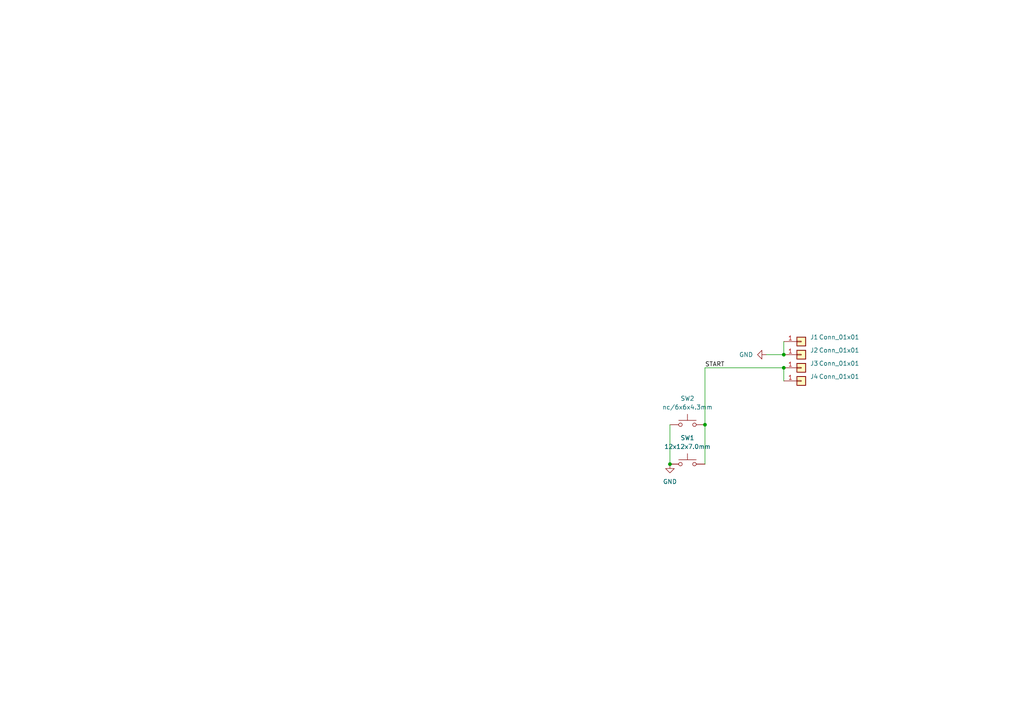
<source format=kicad_sch>
(kicad_sch (version 20211123) (generator eeschema)
  (paper "A4")
  (title_block (title "ECS-01-Switch") (date "2022-09-13") (rev "V0.1") (company "Timye"))
  (lib_symbols
    (symbol "Connector_Generic:Conn_01x01" (pin_names (offset 1.016) hide)
      (property "Reference" "J" (at 0 2.54 0))
      (property "Value" "Conn_01x01" (at 0 -2.54 0))
      (symbol "Conn_01x01_1_1"
        (rectangle (start -1.27 0.127) (end 0 -0.127) (stroke (width 0.1524)))
        (rectangle (start -1.27 1.27) (end 1.27 -1.27) (stroke (width 0.254)) (fill (type background)))
        (pin passive line (at -5.08 0 0) (length 3.81) (name "Pin_1") (number "1"))
      )
    )
    (symbol "Switch:SW_Push" (pin_numbers hide) (pin_names (offset 1.016) hide)
      (property "Reference" "SW" (at 1.27 2.54 0))
      (property "Value" "SW_Push" (at 0 -1.524 0))
      (symbol "SW_Push_0_1"
        (circle (center -2.032 0) (radius 0.508))
        (polyline (pts (xy 0 1.27) (xy 0 3.048)))
        (polyline (pts (xy 2.54 1.27) (xy -2.54 1.27)))
        (circle (center 2.032 0) (radius 0.508))
        (pin passive line (at -5.08 0 0) (length 2.54) (name "1") (number "1"))
        (pin passive line (at 5.08 0 180) (length 2.54) (name "2") (number "2"))
      )
    )
    (symbol "power:GND" (power) (pin_names (offset 0))
      (property "Value" "GND" (at 0 -3.81 0))
      (symbol "GND_0_1"
        (polyline (pts (xy 0 0) (xy 0 -1.27) (xy 1.27 -1.27) (xy 0 -2.54) (xy -1.27 -1.27) (xy 0 -1.27)))
      )
      (symbol "GND_1_1"
        (pin power_in line (at 0 0 270) (length 0) hide (name "GND") (number "1"))
      )
    )
  )
  (junction (at 194.31 134.62))
  (junction (at 227.33 106.68))
  (junction (at 227.33 102.87))
  (junction (at 204.47 123.19))
  (wire (pts (xy 204.47 106.68) (xy 204.47 123.19)))
  (wire (pts (xy 204.47 106.68) (xy 227.33 106.68)))
  (wire (pts (xy 204.47 123.19) (xy 204.47 134.62)))
  (wire (pts (xy 194.31 123.19) (xy 194.31 134.62)))
  (wire (pts (xy 227.33 99.06) (xy 227.33 102.87)))
  (wire (pts (xy 227.33 106.68) (xy 227.33 110.49)))
  (wire (pts (xy 222.25 102.87) (xy 227.33 102.87)))
  (label "START" (at 204.47 106.68 0))
  (symbol (lib_id "power:GND") (at 194.31 134.62 0) (unit 1)
    (property "Reference" "#PWR0102" (effects hide))
    (property "Value" "GND" (at 194.31 139.7 0))
  )
  (symbol (lib_id "Connector_Generic:Conn_01x01") (at 232.41 106.68 0) (unit 1)
    (property "Reference" "J3" (at 234.95 105.4099 0) (effects (justify left)))
    (property "Value" "Conn_01x01" (at 237.49 105.41 0) (effects (justify left)))
    (property "Footprint" "Connector_Wire:SolderWire-0.5sqmm_1x01_D0.9mm_OD2.1mm" (effects hide))
  )
  (symbol (lib_id "Connector_Generic:Conn_01x01") (at 232.41 110.49 0) (unit 1)
    (property "Reference" "J4" (at 234.95 109.2199 0) (effects (justify left)))
    (property "Value" "Conn_01x01" (at 237.49 109.22 0) (effects (justify left)))
    (property "Footprint" "Connector_Wire:SolderWire-0.5sqmm_1x01_D0.9mm_OD2.1mm" (effects hide))
  )
  (symbol (lib_id "Connector_Generic:Conn_01x01") (at 232.41 99.06 0) (unit 1)
    (property "Reference" "J1" (at 234.95 97.7899 0) (effects (justify left)))
    (property "Value" "Conn_01x01" (at 237.49 97.79 0) (effects (justify left)))
    (property "Footprint" "Connector_Wire:SolderWire-0.5sqmm_1x01_D0.9mm_OD2.1mm" (effects hide))
  )
  (symbol (lib_id "Connector_Generic:Conn_01x01") (at 232.41 102.87 0) (unit 1)
    (property "Reference" "J2" (at 234.95 101.5999 0) (effects (justify left)))
    (property "Value" "Conn_01x01" (at 237.49 101.6 0) (effects (justify left)))
    (property "Footprint" "Connector_Wire:SolderWire-0.5sqmm_1x01_D0.9mm_OD2.1mm" (effects hide))
  )
  (symbol (lib_id "Switch:SW_Push") (at 199.39 134.62 0) (unit 1)
    (property "Reference" "SW1" (at 199.39 127 0))
    (property "Value" "12x12x7.0mm" (at 199.39 129.54 0))
    (property "Footprint" "Button_Switch_THT:SW_PUSH-12mm" (effects hide))
  )
  (symbol (lib_id "power:GND") (at 222.25 102.87 270) (unit 1)
    (property "Reference" "#PWR0104" (effects hide))
    (property "Value" "GND" (at 218.44 102.8699 90) (effects (justify right)))
  )
  (symbol (lib_id "Switch:SW_Push") (at 199.39 123.19 0) (unit 1)
    (property "Reference" "SW2" (at 199.39 115.57 0))
    (property "Value" "nc/6x6x4.3mm" (at 199.39 118.11 0))
    (property "Footprint" "Button_Switch_THT:SW_PUSH_6mm_H4.3mm" (effects hide))
  )
)
</source>
